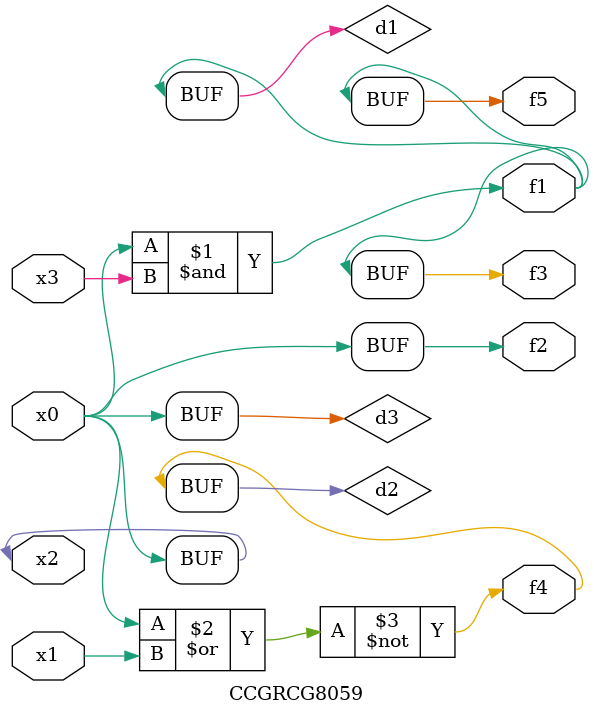
<source format=v>
module CCGRCG8059(
	input x0, x1, x2, x3,
	output f1, f2, f3, f4, f5
);

	wire d1, d2, d3;

	and (d1, x2, x3);
	nor (d2, x0, x1);
	buf (d3, x0, x2);
	assign f1 = d1;
	assign f2 = d3;
	assign f3 = d1;
	assign f4 = d2;
	assign f5 = d1;
endmodule

</source>
